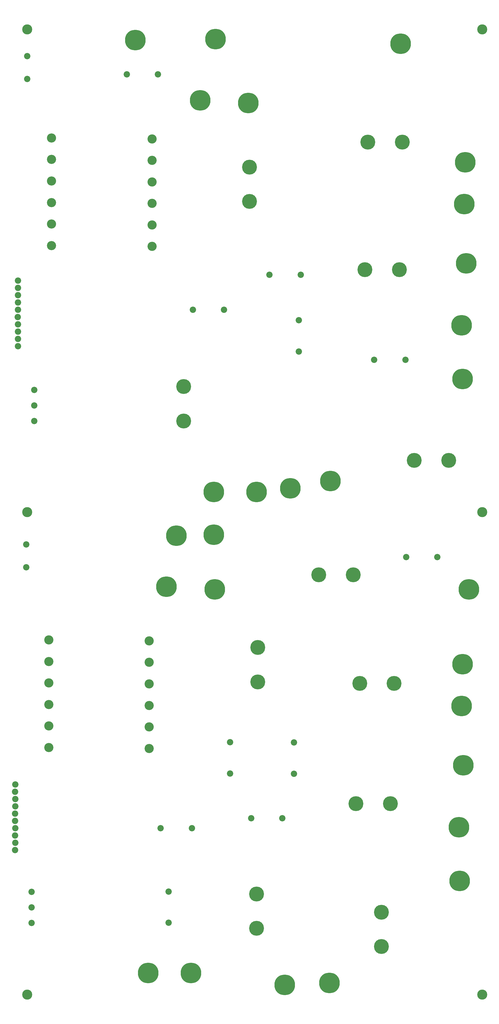
<source format=gbr>
G04 EAGLE Gerber RS-274X export*
G75*
%MOMM*%
%FSLAX34Y34*%
%LPD*%
%INSoldermask Top*%
%IPPOS*%
%AMOC8*
5,1,8,0,0,1.08239X$1,22.5*%
G01*
%ADD10C,3.503200*%
%ADD11C,7.203200*%
%ADD12C,2.203200*%
%ADD13C,3.203200*%
%ADD14C,5.203200*%


D10*
X1650000Y3428000D03*
X64500Y3428000D03*
X1650000Y64500D03*
X64500Y64500D03*
X1650000Y1746250D03*
X64500Y1746250D03*
D11*
X720725Y3394075D03*
D12*
X1017587Y2573337D03*
X908588Y2573312D03*
D13*
X149225Y3049975D03*
D12*
X64250Y3255375D03*
D13*
X149225Y2974975D03*
D12*
X64250Y3335375D03*
D13*
X149225Y2899975D03*
D12*
X1011238Y2414587D03*
D13*
X149225Y2824975D03*
D12*
X1011262Y2305588D03*
D13*
X149225Y2749975D03*
D12*
X1273175Y2276475D03*
D13*
X149225Y2674975D03*
D12*
X1382175Y2276500D03*
D13*
X499225Y3046800D03*
X499225Y2971800D03*
D12*
X641350Y2451100D03*
D13*
X499225Y2896800D03*
D12*
X750350Y2451125D03*
D13*
X499225Y2821800D03*
D12*
X638175Y644525D03*
D13*
X499225Y2746800D03*
D12*
X557213Y423862D03*
D13*
X499225Y2671800D03*
D12*
X61075Y1553575D03*
D14*
X838713Y2828412D03*
D12*
X771525Y835025D03*
D14*
X838713Y2948412D03*
D12*
X771500Y944025D03*
D14*
X609600Y2183750D03*
D12*
X61075Y1633575D03*
D14*
X609600Y2063750D03*
D12*
X529175Y644500D03*
D14*
X1413388Y1926062D03*
D12*
X557238Y314862D03*
D14*
X1533388Y1926062D03*
D12*
X844550Y679450D03*
D14*
X1361425Y2590800D03*
D12*
X953550Y679475D03*
D14*
X1241425Y2590800D03*
D12*
X1493837Y1589087D03*
D14*
X1371600Y3035300D03*
D12*
X1384838Y1589062D03*
D14*
X1251600Y3035300D03*
D11*
X1365250Y3378200D03*
X1590675Y2965450D03*
X1587500Y2819400D03*
X981075Y1828800D03*
X1593850Y2613025D03*
D12*
X31750Y2324100D03*
D11*
X1577975Y2397125D03*
X1581150Y2209800D03*
X714375Y1816100D03*
X863600Y1816100D03*
X1120775Y1854200D03*
X835025Y3171825D03*
X666750Y3181350D03*
D12*
X32050Y2476500D03*
X32350Y2501900D03*
X31750Y2527300D03*
X32050Y2552700D03*
X31750Y2374900D03*
X32050Y2400300D03*
X31450Y2425700D03*
X31750Y2451100D03*
D11*
X441325Y3390900D03*
D12*
X32055Y2349500D03*
D11*
X584200Y1663700D03*
X714375Y1666875D03*
D13*
X139700Y1300550D03*
X139700Y1225550D03*
X139700Y1150550D03*
X139700Y1075550D03*
X139700Y1000550D03*
X139700Y925550D03*
X489700Y1297375D03*
X489700Y1222375D03*
X489700Y1147375D03*
X489700Y1072375D03*
X489700Y997375D03*
X489700Y922375D03*
D14*
X868052Y1154423D03*
X868052Y1274423D03*
X863600Y415275D03*
X863600Y295275D03*
X1298575Y351775D03*
X1298575Y231775D03*
X1329675Y730250D03*
X1209675Y730250D03*
X1343025Y1149350D03*
X1223025Y1149350D03*
D11*
X1603375Y1476375D03*
X1581150Y1216025D03*
X1577975Y1069975D03*
X1584325Y863600D03*
X1568450Y647700D03*
X1571625Y460375D03*
X485775Y139700D03*
X635000Y139700D03*
X1117600Y104775D03*
X717550Y1476375D03*
X549275Y1485900D03*
X962025Y98425D03*
D12*
X22525Y720725D03*
X22825Y746125D03*
X22225Y771525D03*
X22525Y796925D03*
X22225Y619125D03*
X22525Y644525D03*
X21925Y669925D03*
X22225Y695325D03*
X22225Y568325D03*
X22530Y593725D03*
D14*
X1200150Y1527175D03*
X1080150Y1527175D03*
D12*
X88900Y2063745D03*
X88800Y2117725D03*
X88900Y2171705D03*
X79375Y314320D03*
X79275Y368300D03*
X79375Y422280D03*
X411162Y3271838D03*
X520162Y3271858D03*
X993775Y942975D03*
X993795Y833975D03*
M02*

</source>
